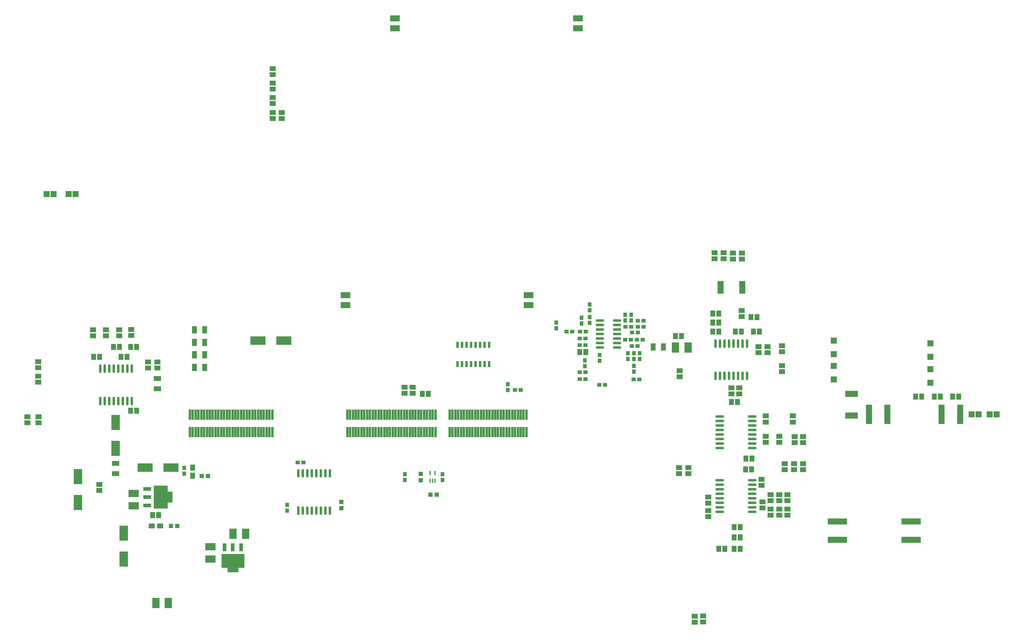
<source format=gtp>
G04 Layer_Color=8421504*
%FSLAX25Y25*%
%MOIN*%
G70*
G01*
G75*
%ADD123R,0.06506X0.14379*%
%ADD124R,0.04537X0.04340*%
%ADD125R,0.06506X0.05718*%
%ADD126R,0.04340X0.04537*%
%ADD127R,0.05718X0.06506*%
%ADD128R,0.06899X0.06506*%
%ADD129R,0.03002X0.06624*%
%ADD130O,0.02962X0.09655*%
%ADD131R,0.01781X0.04537*%
%ADD132R,0.10600X0.12400*%
%ADD133R,0.15600X0.25600*%
%ADD134R,0.08600X0.04100*%
%ADD135O,0.02962X0.09261*%
%ADD136R,0.02962X0.09261*%
%ADD137O,0.09261X0.02962*%
%ADD138R,0.04537X0.04734*%
%ADD139R,0.06702X0.06899*%
%ADD140R,0.10600X0.06899*%
%ADD141R,0.07883X0.05718*%
%ADD142R,0.02569X0.11324*%
%ADD143R,0.02569X0.11324*%
%ADD144R,0.05521X0.06702*%
%ADD145R,0.17135X0.09261*%
%ADD146R,0.06899X0.21466*%
%ADD147R,0.08474X0.11624*%
%ADD148R,0.11624X0.08474*%
%ADD149R,0.21466X0.06899*%
%ADD150R,0.09261X0.17135*%
%ADD151R,0.06702X0.05521*%
%ADD152R,0.14379X0.06506*%
%ADD153R,0.12400X0.10600*%
%ADD154R,0.25600X0.15600*%
%ADD155R,0.04100X0.08600*%
%ADD156O,0.09655X0.02962*%
%ADD157R,0.05718X0.07883*%
%ADD158R,0.04734X0.04537*%
D123*
X789008Y394000D02*
D03*
X764992D02*
D03*
D124*
X673350Y357000D02*
D03*
X679650D02*
D03*
X296850Y200000D02*
D03*
X303150D02*
D03*
X609350Y345000D02*
D03*
X615650D02*
D03*
X673350Y344201D02*
D03*
X667051D02*
D03*
X673350Y350500D02*
D03*
X679650D02*
D03*
X537350Y280500D02*
D03*
X543650D02*
D03*
X615427Y292415D02*
D03*
X609128D02*
D03*
X659350Y336000D02*
D03*
X665650D02*
D03*
X672350D02*
D03*
X678650D02*
D03*
X594350Y345000D02*
D03*
X600650D02*
D03*
X666150Y350500D02*
D03*
X659850D02*
D03*
X609128Y337415D02*
D03*
X615428D02*
D03*
X609128Y329915D02*
D03*
X615428D02*
D03*
X609128Y299915D02*
D03*
X615428D02*
D03*
X666850Y329000D02*
D03*
X673150D02*
D03*
X675150Y292000D02*
D03*
X668850D02*
D03*
X637150Y286000D02*
D03*
X630850D02*
D03*
D125*
X758500Y425654D02*
D03*
Y432346D02*
D03*
X833000Y300654D02*
D03*
Y307347D02*
D03*
X788600Y432093D02*
D03*
Y425400D02*
D03*
X778700D02*
D03*
Y432093D02*
D03*
X768500Y425700D02*
D03*
Y432393D02*
D03*
X777000Y282846D02*
D03*
Y276153D02*
D03*
X785700Y282846D02*
D03*
Y276153D02*
D03*
X269000Y620346D02*
D03*
Y613654D02*
D03*
X9778Y250761D02*
D03*
Y244069D02*
D03*
X745800Y23307D02*
D03*
Y30000D02*
D03*
X719078Y194346D02*
D03*
Y187654D02*
D03*
X77000Y175847D02*
D03*
Y169153D02*
D03*
X9500Y289154D02*
D03*
Y295847D02*
D03*
X-2722Y250761D02*
D03*
Y244069D02*
D03*
X736500Y23154D02*
D03*
Y29847D02*
D03*
X141500Y311347D02*
D03*
Y304654D02*
D03*
X729500Y194346D02*
D03*
Y187654D02*
D03*
X807000Y328346D02*
D03*
Y321654D02*
D03*
X751500Y146846D02*
D03*
Y140154D02*
D03*
X820500Y141654D02*
D03*
Y148346D02*
D03*
X810500Y181346D02*
D03*
Y174653D02*
D03*
X830000Y148346D02*
D03*
Y141654D02*
D03*
X820500Y157653D02*
D03*
Y164347D02*
D03*
X811500Y149653D02*
D03*
Y156346D02*
D03*
X751500Y155154D02*
D03*
Y161846D02*
D03*
X830000Y164347D02*
D03*
Y157653D02*
D03*
X839000D02*
D03*
Y164347D02*
D03*
Y148346D02*
D03*
Y141654D02*
D03*
X815100Y244892D02*
D03*
Y251585D02*
D03*
X845100Y244892D02*
D03*
Y251585D02*
D03*
X815100Y229085D02*
D03*
Y222392D02*
D03*
X830100D02*
D03*
Y229085D02*
D03*
X847000Y228847D02*
D03*
Y222153D02*
D03*
X856500Y228847D02*
D03*
Y222153D02*
D03*
X415000Y283347D02*
D03*
Y276654D02*
D03*
X424000D02*
D03*
Y283347D02*
D03*
X9500Y305153D02*
D03*
Y311846D02*
D03*
X70000Y346947D02*
D03*
Y340253D02*
D03*
X84500Y346947D02*
D03*
Y340253D02*
D03*
X99000D02*
D03*
Y346947D02*
D03*
X112500Y347346D02*
D03*
Y340653D02*
D03*
X131000Y311347D02*
D03*
Y304654D02*
D03*
X269000Y629654D02*
D03*
Y636346D02*
D03*
Y597653D02*
D03*
Y604347D02*
D03*
X279000Y587847D02*
D03*
Y581153D02*
D03*
X269000Y581153D02*
D03*
Y587847D02*
D03*
X788500Y368347D02*
D03*
Y361653D02*
D03*
X719578Y295153D02*
D03*
Y301847D02*
D03*
X817000Y328447D02*
D03*
Y321754D02*
D03*
X833000Y322654D02*
D03*
Y329346D02*
D03*
X856500Y198846D02*
D03*
Y192154D02*
D03*
X846500Y198846D02*
D03*
Y192154D02*
D03*
X836000Y198846D02*
D03*
Y192154D02*
D03*
D126*
X659500Y363650D02*
D03*
Y357350D02*
D03*
X662500Y314850D02*
D03*
Y321150D02*
D03*
X620000Y361150D02*
D03*
Y354850D02*
D03*
Y368850D02*
D03*
Y375150D02*
D03*
X610978Y354180D02*
D03*
Y360479D02*
D03*
X666000Y363650D02*
D03*
Y357350D02*
D03*
X631000Y319150D02*
D03*
Y312850D02*
D03*
X669000Y300850D02*
D03*
Y307150D02*
D03*
X614778Y313065D02*
D03*
Y306765D02*
D03*
X675500Y321150D02*
D03*
Y314850D02*
D03*
X669000Y314850D02*
D03*
Y321150D02*
D03*
X583000Y348850D02*
D03*
Y355150D02*
D03*
X529500Y286650D02*
D03*
Y280350D02*
D03*
X457000Y187150D02*
D03*
Y180850D02*
D03*
X415500D02*
D03*
Y187150D02*
D03*
X171000Y194150D02*
D03*
Y187850D02*
D03*
X285000Y146850D02*
D03*
Y153150D02*
D03*
D127*
X777153Y267000D02*
D03*
X783847D02*
D03*
X715154Y340000D02*
D03*
X721846D02*
D03*
X799643Y204400D02*
D03*
X792950D02*
D03*
X786846Y128500D02*
D03*
X780154D02*
D03*
X615624Y322415D02*
D03*
X608931D02*
D03*
X142546Y141900D02*
D03*
X135854D02*
D03*
X786846Y104500D02*
D03*
X780154D02*
D03*
X77346Y317000D02*
D03*
X70653D02*
D03*
X763068Y345085D02*
D03*
X756376D02*
D03*
X769846Y104500D02*
D03*
X763154D02*
D03*
X780154Y117000D02*
D03*
X786846D02*
D03*
X792654Y192500D02*
D03*
X799346D02*
D03*
X434654Y276000D02*
D03*
X441347D02*
D03*
X92654Y328000D02*
D03*
X99347D02*
D03*
X111653D02*
D03*
X118347D02*
D03*
X107846Y317000D02*
D03*
X101154D02*
D03*
X118347Y257500D02*
D03*
X111653D02*
D03*
X798654Y361000D02*
D03*
X805346D02*
D03*
X756376Y365085D02*
D03*
X763068D02*
D03*
X763068Y355085D02*
D03*
X756376D02*
D03*
X808068Y345085D02*
D03*
X801376D02*
D03*
X781376D02*
D03*
X788068D02*
D03*
X987846Y273000D02*
D03*
X981153D02*
D03*
X1001653D02*
D03*
X1008346D02*
D03*
X1028846D02*
D03*
X1022153D02*
D03*
D128*
X997500Y331980D02*
D03*
Y317020D02*
D03*
X890500Y292020D02*
D03*
Y306980D02*
D03*
Y334980D02*
D03*
Y320020D02*
D03*
X997500Y288520D02*
D03*
Y303480D02*
D03*
D129*
X473578Y309008D02*
D03*
X478578D02*
D03*
X483578D02*
D03*
X488578D02*
D03*
X493578D02*
D03*
X498578D02*
D03*
X503578D02*
D03*
X508578D02*
D03*
X488578Y330504D02*
D03*
X483578D02*
D03*
X478578D02*
D03*
X473578D02*
D03*
X503578D02*
D03*
X498578D02*
D03*
X493578D02*
D03*
X508578D02*
D03*
D130*
X759500Y296087D02*
D03*
X764500D02*
D03*
X769500D02*
D03*
X774500D02*
D03*
X779500D02*
D03*
X784500D02*
D03*
X789500D02*
D03*
X794500D02*
D03*
X759500Y331913D02*
D03*
X764500D02*
D03*
X769500D02*
D03*
X774500D02*
D03*
X779500D02*
D03*
X784500D02*
D03*
X789500D02*
D03*
X794500D02*
D03*
X78057Y268234D02*
D03*
X83057D02*
D03*
X88057D02*
D03*
X93057D02*
D03*
X98057D02*
D03*
X103057D02*
D03*
X108057D02*
D03*
X113057D02*
D03*
X78057Y304061D02*
D03*
X83057D02*
D03*
X88057D02*
D03*
X93057D02*
D03*
X98057D02*
D03*
X103057D02*
D03*
X108057D02*
D03*
X113057D02*
D03*
D131*
X448559Y179669D02*
D03*
X443441D02*
D03*
X446000D02*
D03*
X448559Y188331D02*
D03*
X443441D02*
D03*
D132*
X152592Y161686D02*
D03*
D133*
X145008Y161700D02*
D03*
D134*
X130008Y152500D02*
D03*
Y161600D02*
D03*
Y170700D02*
D03*
D135*
X332378Y187984D02*
D03*
X327378D02*
D03*
X322378D02*
D03*
X317378D02*
D03*
X312378D02*
D03*
X307378D02*
D03*
X302378D02*
D03*
X297378D02*
D03*
X332378Y146646D02*
D03*
X327378D02*
D03*
X322378D02*
D03*
X317378D02*
D03*
X312378D02*
D03*
X307378D02*
D03*
X302378D02*
D03*
D136*
X297378D02*
D03*
D137*
X631351Y357415D02*
D03*
Y352415D02*
D03*
Y347415D02*
D03*
Y342415D02*
D03*
Y337415D02*
D03*
Y332415D02*
D03*
Y327415D02*
D03*
X650249Y357415D02*
D03*
Y352415D02*
D03*
Y347415D02*
D03*
Y342415D02*
D03*
Y337415D02*
D03*
Y332415D02*
D03*
Y327415D02*
D03*
D138*
X433000Y180496D02*
D03*
Y187504D02*
D03*
X345000Y156504D02*
D03*
Y149496D02*
D03*
D139*
X1050839Y253500D02*
D03*
X1043161D02*
D03*
X43161Y497500D02*
D03*
X50839D02*
D03*
X26339D02*
D03*
X18661D02*
D03*
X1063161Y253500D02*
D03*
X1070839D02*
D03*
D140*
X607000Y680988D02*
D03*
Y692012D02*
D03*
X349778Y385427D02*
D03*
Y374403D02*
D03*
X552278Y385427D02*
D03*
Y374403D02*
D03*
X404500Y680988D02*
D03*
Y692012D02*
D03*
D141*
X95000Y199209D02*
D03*
Y187791D02*
D03*
X141500Y293209D02*
D03*
Y281791D02*
D03*
D142*
X177291Y233614D02*
D03*
Y253000D02*
D03*
X180441Y233614D02*
D03*
Y253000D02*
D03*
X183591Y233614D02*
D03*
Y253000D02*
D03*
X186740Y233614D02*
D03*
Y253000D02*
D03*
X189890Y233614D02*
D03*
Y253000D02*
D03*
X193039Y233614D02*
D03*
Y253000D02*
D03*
X196189Y233614D02*
D03*
Y253000D02*
D03*
X199339Y233614D02*
D03*
Y253000D02*
D03*
X202488Y233614D02*
D03*
Y253000D02*
D03*
X205638Y233614D02*
D03*
Y253000D02*
D03*
X208787D02*
D03*
X211937Y233614D02*
D03*
Y253000D02*
D03*
X215087Y233614D02*
D03*
Y253000D02*
D03*
X218236Y233614D02*
D03*
Y253000D02*
D03*
X221386Y233614D02*
D03*
Y253000D02*
D03*
X224535Y233614D02*
D03*
Y253000D02*
D03*
X227685Y233614D02*
D03*
Y253000D02*
D03*
X230835Y233614D02*
D03*
Y253000D02*
D03*
X233984Y233614D02*
D03*
Y253000D02*
D03*
X237134Y233614D02*
D03*
Y253000D02*
D03*
X240283Y233614D02*
D03*
Y253000D02*
D03*
X243433Y233614D02*
D03*
Y253000D02*
D03*
X246583Y233614D02*
D03*
Y253000D02*
D03*
X249732Y233614D02*
D03*
Y253000D02*
D03*
X252882Y233614D02*
D03*
Y253000D02*
D03*
X256031Y233614D02*
D03*
Y253000D02*
D03*
X259181Y233614D02*
D03*
Y253000D02*
D03*
X262331Y233614D02*
D03*
Y253000D02*
D03*
X265480Y233614D02*
D03*
Y253000D02*
D03*
X268630Y233614D02*
D03*
X268630Y253000D02*
D03*
X351575Y233614D02*
D03*
Y253000D02*
D03*
X354724Y233614D02*
D03*
Y253000D02*
D03*
X357874Y233614D02*
D03*
Y253000D02*
D03*
X361024Y233614D02*
D03*
Y253000D02*
D03*
X364173Y233614D02*
D03*
Y253000D02*
D03*
X367323Y233614D02*
D03*
Y253000D02*
D03*
X370472Y233614D02*
D03*
Y253000D02*
D03*
X373622Y233614D02*
D03*
Y253000D02*
D03*
X376772Y233614D02*
D03*
Y253000D02*
D03*
X379921Y233614D02*
D03*
Y253000D02*
D03*
X383071Y233614D02*
D03*
Y253000D02*
D03*
X386221Y233614D02*
D03*
Y253000D02*
D03*
X389370Y233614D02*
D03*
Y253000D02*
D03*
X392520Y233614D02*
D03*
Y253000D02*
D03*
X395669Y233614D02*
D03*
Y253000D02*
D03*
X398819Y233614D02*
D03*
Y253000D02*
D03*
X401968Y233614D02*
D03*
Y253000D02*
D03*
X405118Y233614D02*
D03*
Y253000D02*
D03*
X408268Y233614D02*
D03*
X411417D02*
D03*
Y253000D02*
D03*
X414567Y233614D02*
D03*
Y253000D02*
D03*
X417717Y233614D02*
D03*
Y253000D02*
D03*
X420866Y233614D02*
D03*
Y253000D02*
D03*
X424016Y233614D02*
D03*
X427165D02*
D03*
Y253000D02*
D03*
X430315Y233614D02*
D03*
Y253000D02*
D03*
X433465Y233614D02*
D03*
Y253000D02*
D03*
X436614Y233614D02*
D03*
Y253000D02*
D03*
X439764Y233614D02*
D03*
Y253000D02*
D03*
X442913Y233614D02*
D03*
Y253000D02*
D03*
X446063Y233614D02*
D03*
Y253000D02*
D03*
X449213Y233614D02*
D03*
Y253000D02*
D03*
X464961Y233614D02*
D03*
Y253000D02*
D03*
X468110Y233614D02*
D03*
Y253000D02*
D03*
X471260Y233614D02*
D03*
Y253000D02*
D03*
X474409Y233614D02*
D03*
Y253000D02*
D03*
X477559Y233614D02*
D03*
Y253000D02*
D03*
X480709Y233614D02*
D03*
Y253000D02*
D03*
X483858Y233614D02*
D03*
Y253000D02*
D03*
X487008Y233614D02*
D03*
Y253000D02*
D03*
X490158Y233614D02*
D03*
Y253000D02*
D03*
X493307Y233614D02*
D03*
Y253000D02*
D03*
X496457Y233614D02*
D03*
Y253000D02*
D03*
X499606Y233614D02*
D03*
Y253000D02*
D03*
X502756Y233614D02*
D03*
Y253000D02*
D03*
X505905Y233614D02*
D03*
Y253000D02*
D03*
X509055Y233614D02*
D03*
Y253000D02*
D03*
X512205Y233614D02*
D03*
Y253000D02*
D03*
X515354Y233614D02*
D03*
Y253000D02*
D03*
X518504Y233614D02*
D03*
Y253000D02*
D03*
X521654Y233614D02*
D03*
Y253000D02*
D03*
X524803Y233614D02*
D03*
Y253000D02*
D03*
X527953Y233614D02*
D03*
Y253000D02*
D03*
X531102Y233614D02*
D03*
Y253000D02*
D03*
X534252Y233614D02*
D03*
X534252Y253000D02*
D03*
X537402Y233614D02*
D03*
Y253000D02*
D03*
X540551Y233614D02*
D03*
X540551Y253000D02*
D03*
X543701Y233614D02*
D03*
Y253000D02*
D03*
X546850Y233614D02*
D03*
Y253000D02*
D03*
X550000Y233614D02*
D03*
Y253000D02*
D03*
D143*
X208787Y233614D02*
D03*
X408268Y253000D02*
D03*
X424016D02*
D03*
D144*
X180500Y185472D02*
D03*
Y194528D02*
D03*
D145*
X252630Y335000D02*
D03*
X281370D02*
D03*
X156370Y194500D02*
D03*
X127630D02*
D03*
D146*
X949736Y253500D02*
D03*
X929264D02*
D03*
X1030236D02*
D03*
X1009764D02*
D03*
D147*
X728890Y327500D02*
D03*
X715110D02*
D03*
X238890Y121000D02*
D03*
X225110D02*
D03*
X153390Y44500D02*
D03*
X139610D02*
D03*
D148*
X200000Y93110D02*
D03*
Y106890D02*
D03*
X115000Y165890D02*
D03*
Y152110D02*
D03*
D149*
X976000Y114264D02*
D03*
Y134736D02*
D03*
X894500D02*
D03*
Y114264D02*
D03*
D150*
X104000Y93130D02*
D03*
Y121870D02*
D03*
X95000Y215630D02*
D03*
Y244370D02*
D03*
X53500Y155630D02*
D03*
Y184370D02*
D03*
D151*
X144228Y129900D02*
D03*
X135172D02*
D03*
D152*
X910000Y251992D02*
D03*
Y276008D02*
D03*
D153*
X224886Y83593D02*
D03*
D154*
X224900Y91177D02*
D03*
D155*
X215700Y106177D02*
D03*
X224800D02*
D03*
X233900D02*
D03*
D156*
X764087Y251000D02*
D03*
Y246000D02*
D03*
Y241000D02*
D03*
Y236000D02*
D03*
Y231000D02*
D03*
Y226000D02*
D03*
Y221000D02*
D03*
Y216000D02*
D03*
X799913Y251000D02*
D03*
Y246000D02*
D03*
Y241000D02*
D03*
Y236000D02*
D03*
Y231000D02*
D03*
Y226000D02*
D03*
Y221000D02*
D03*
Y216000D02*
D03*
X764087Y180500D02*
D03*
Y175500D02*
D03*
Y170500D02*
D03*
Y165500D02*
D03*
Y160500D02*
D03*
Y155500D02*
D03*
Y150500D02*
D03*
Y145500D02*
D03*
X799913Y180500D02*
D03*
Y175500D02*
D03*
Y170500D02*
D03*
Y165500D02*
D03*
Y160500D02*
D03*
Y155500D02*
D03*
Y150500D02*
D03*
Y145500D02*
D03*
D157*
X193709Y305500D02*
D03*
X182291D02*
D03*
Y319500D02*
D03*
X193709D02*
D03*
Y333000D02*
D03*
X182291D02*
D03*
Y347000D02*
D03*
X193709D02*
D03*
X701709Y328000D02*
D03*
X690291D02*
D03*
D158*
X163204Y129900D02*
D03*
X156196D02*
D03*
X190496Y185000D02*
D03*
X197504D02*
D03*
X450704Y164400D02*
D03*
X443696D02*
D03*
M02*

</source>
